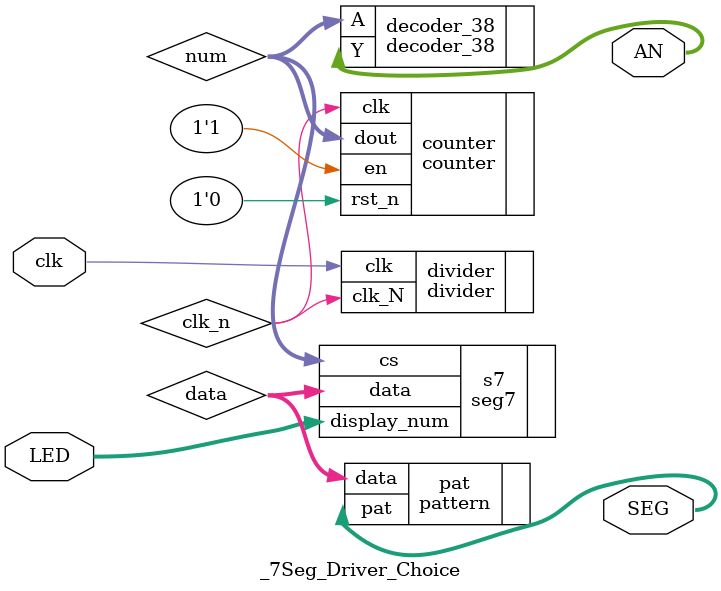
<source format=v>
`timescale 1ns / 1ps


module _7Seg_Driver_Choice(clk, LED, SEG, AN);
    input clk;    // 16Î»²¦¶¯¿ª¹Ø
    input [31:0] LED;   // 32Î»LEDÏÔÊ¾
    output [7:0] SEG;   // 7¶ÎÊýÂë¹ÜÇý¶¯£¬µÍµçÆ½ÓÐÐ§
    output [7:0] AN;    // 7¶ÎÊýÂë¹ÜÆ¬Ñ¡ÐÅºÅ£¬µÍµçÆ½ÓÐÐ§
    
    wire clk_n;         // ·ÖÆµºóÊ±ÖÓÐÅºÅ
    wire [3:0] data;    // ÊýÂë¹ÜÊý¾Ý
    wire [2:0] num;     // ¼ÆÊýÆ÷¼ÆÊý
    divider #(10_000) divider(.clk(clk), .clk_N(clk_n));
    counter #(3) counter(.clk(clk_n),.rst_n(1'b0),.en(1'b1),.dout(num));
    decoder_38 decoder_38(.A(num),.Y(AN));
    seg7 s7(.display_num(LED),.cs(num),.data(data));
    pattern  pat(.data(data),.pat(SEG));
       
endmodule


</source>
